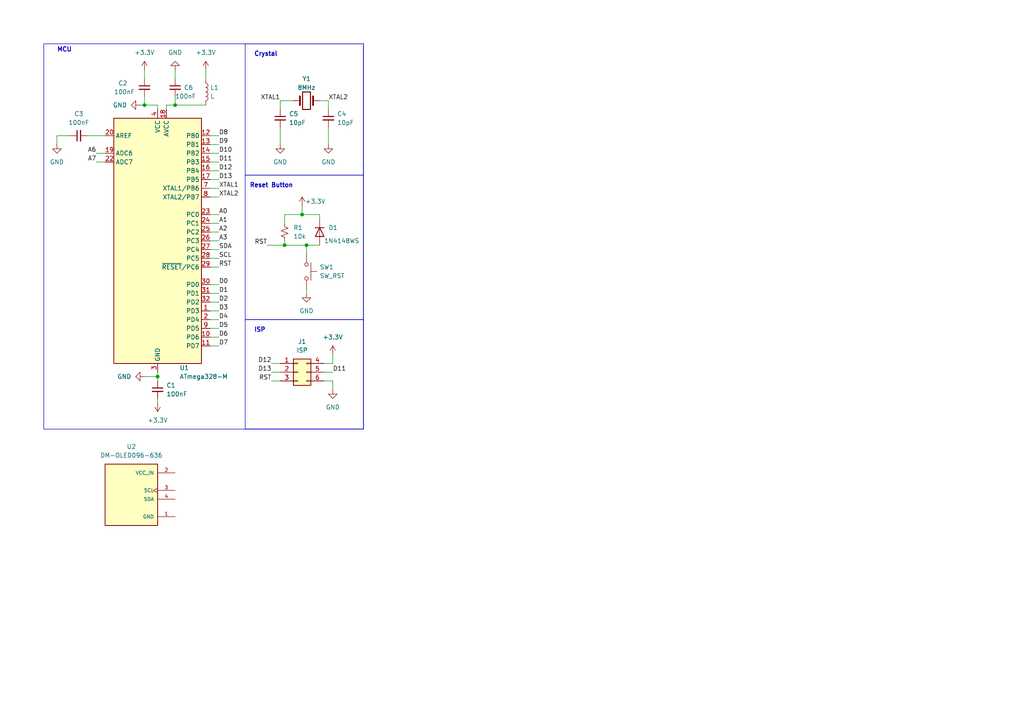
<source format=kicad_sch>
(kicad_sch (version 20230121) (generator eeschema)
  (paper "A4")
  (title_block (title "Reflow Oven PCB") (date "2024-05-01") (rev "v1.0.0") (company "Designed By Alfonso Pinzon At Huskies lab") (comment 1 "Guatemala, Guatemala"))
  (lib_symbols
    (symbol "Connector_Generic:Conn_02x03_Top_Bottom" (pin_names (offset 1.016) hide)
      (property "Reference" "J" (at 1.27 5.08 0))
      (property "Value" "Conn_02x03_Top_Bottom" (at 1.27 -5.08 0))
      (symbol "Conn_02x03_Top_Bottom_1_1"
        (rectangle (start -1.27 -2.413) (end 0 -2.667) (stroke (width 0.1524)))
        (rectangle (start -1.27 0.127) (end 0 -0.127) (stroke (width 0.1524)))
        (rectangle (start -1.27 2.667) (end 0 2.413) (stroke (width 0.1524)))
        (rectangle (start -1.27 3.81) (end 3.81 -3.81) (stroke (width 0.254)) (fill (type background)))
        (rectangle (start 3.81 -2.413) (end 2.54 -2.667) (stroke (width 0.1524)))
        (rectangle (start 3.81 0.127) (end 2.54 -0.127) (stroke (width 0.1524)))
        (rectangle (start 3.81 2.667) (end 2.54 2.413) (stroke (width 0.1524)))
        (pin passive line (at -5.08 2.54 0) (length 3.81) (name "Pin_1") (number "1"))
        (pin passive line (at -5.08 0 0) (length 3.81) (name "Pin_2") (number "2"))
        (pin passive line (at -5.08 -2.54 0) (length 3.81) (name "Pin_3") (number "3"))
        (pin passive line (at 7.62 2.54 180) (length 3.81) (name "Pin_4") (number "4"))
        (pin passive line (at 7.62 0 180) (length 3.81) (name "Pin_5") (number "5"))
        (pin passive line (at 7.62 -2.54 180) (length 3.81) (name "Pin_6") (number "6"))
      )
    )
    (symbol "Device:C_Small" (pin_numbers hide) (pin_names (offset 0.254) hide)
      (property "Reference" "C" (at 0.254 1.778 0))
      (property "Value" "C_Small" (at 0.254 -2.032 0))
      (symbol "C_Small_0_1"
        (polyline (pts (xy -1.524 -0.508) (xy 1.524 -0.508)) (stroke (width 0.3302)))
        (polyline (pts (xy -1.524 0.508) (xy 1.524 0.508)) (stroke (width 0.3048)))
      )
      (symbol "C_Small_1_1"
        (pin passive line (at 0 2.54 270) (length 2.032) (name "~") (number "1"))
        (pin passive line (at 0 -2.54 90) (length 2.032) (name "~") (number "2"))
      )
    )
    (symbol "Device:Crystal" (pin_numbers hide) (pin_names (offset 1.016) hide)
      (property "Reference" "Y" (at 0 3.81 0))
      (property "Value" "Crystal" (at 0 -3.81 0))
      (symbol "Crystal_0_1"
        (rectangle (start -1.143 2.54) (end 1.143 -2.54) (stroke (width 0.3048)))
        (polyline (pts (xy -2.54 0) (xy -1.905 0)))
        (polyline (pts (xy -1.905 -1.27) (xy -1.905 1.27)) (stroke (width 0.508)))
        (polyline (pts (xy 1.905 -1.27) (xy 1.905 1.27)) (stroke (width 0.508)))
        (polyline (pts (xy 2.54 0) (xy 1.905 0)))
      )
      (symbol "Crystal_1_1"
        (pin passive line (at -3.81 0 0) (length 1.27) (name "1") (number "1"))
        (pin passive line (at 3.81 0 180) (length 1.27) (name "2") (number "2"))
      )
    )
    (symbol "Device:L" (pin_numbers hide) (pin_names (offset 1.016) hide)
      (property "Reference" "L" (at -1.27 0 90))
      (property "Value" "L" (at 1.905 0 90))
      (symbol "L_0_1"
        (arc (start 0 -2.54) (mid 0.6323 -1.905) (end 0 -1.27))
        (arc (start 0 -1.27) (mid 0.6323 -0.635) (end 0 0))
        (arc (start 0 0) (mid 0.6323 0.635) (end 0 1.27))
        (arc (start 0 1.27) (mid 0.6323 1.905) (end 0 2.54))
      )
      (symbol "L_1_1"
        (pin passive line (at 0 3.81 270) (length 1.27) (name "1") (number "1"))
        (pin passive line (at 0 -3.81 90) (length 1.27) (name "2") (number "2"))
      )
    )
    (symbol "Device:R_Small_US" (pin_numbers hide) (pin_names (offset 0.254) hide)
      (property "Reference" "R" (at 0.762 0.508 0))
      (property "Value" "R_Small_US" (at 0.762 -1.016 0))
      (symbol "R_Small_US_1_1"
        (polyline (pts (xy 0 0) (xy 1.016 -0.381) (xy 0 -0.762) (xy -1.016 -1.143) (xy 0 -1.524)))
        (polyline (pts (xy 0 1.524) (xy 1.016 1.143) (xy 0 0.762) (xy -1.016 0.381) (xy 0 0)))
        (pin passive line (at 0 2.54 270) (length 1.016) (name "~") (number "1"))
        (pin passive line (at 0 -2.54 90) (length 1.016) (name "~") (number "2"))
      )
    )
    (symbol "Diode:1N4148WS" (pin_numbers hide) (pin_names hide)
      (property "Reference" "D" (at 0 2.54 0))
      (property "Value" "1N4148WS" (at 0 -2.54 0))
      (symbol "1N4148WS_0_1"
        (polyline (pts (xy -1.27 1.27) (xy -1.27 -1.27)) (stroke (width 0.254)))
        (polyline (pts (xy 1.27 0) (xy -1.27 0)))
        (polyline (pts (xy 1.27 1.27) (xy 1.27 -1.27) (xy -1.27 0) (xy 1.27 1.27)) (stroke (width 0.254)))
      )
      (symbol "1N4148WS_1_1"
        (pin passive line (at -3.81 0 0) (length 2.54) (name "K") (number "1"))
        (pin passive line (at 3.81 0 180) (length 2.54) (name "A") (number "2"))
      )
    )
    (symbol "MCU_Microchip_ATmega:ATmega328-M"
      (property "Reference" "U" (at -12.7 36.83 0))
      (property "Value" "ATmega328-M" (at 2.54 -36.83 0))
      (symbol "ATmega328-M_0_1"
        (rectangle (start -12.7 -35.56) (end 12.7 35.56) (stroke (width 0.254)) (fill (type background)))
      )
      (symbol "ATmega328-M_1_1"
        (pin bidirectional line (at 15.24 -20.32 180) (length 2.54) (name "PD3") (number "1"))
        (pin bidirectional line (at 15.24 -27.94 180) (length 2.54) (name "PD6") (number "10"))
        (pin bidirectional line (at 15.24 -30.48 180) (length 2.54) (name "PD7") (number "11"))
        (pin bidirectional line (at 15.24 30.48 180) (length 2.54) (name "PB0") (number "12"))
        (pin bidirectional line (at 15.24 27.94 180) (length 2.54) (name "PB1") (number "13"))
        (pin bidirectional line (at 15.24 25.4 180) (length 2.54) (name "PB2") (number "14"))
        (pin bidirectional line (at 15.24 22.86 180) (length 2.54) (name "PB3") (number "15"))
        (pin bidirectional line (at 15.24 20.32 180) (length 2.54) (name "PB4") (number "16"))
        (pin bidirectional line (at 15.24 17.78 180) (length 2.54) (name "PB5") (number "17"))
        (pin power_in line (at 2.54 38.1 270) (length 2.54) (name "AVCC") (number "18"))
        (pin input line (at -15.24 25.4 0) (length 2.54) (name "ADC6") (number "19"))
        (pin bidirectional line (at 15.24 -22.86 180) (length 2.54) (name "PD4") (number "2"))
        (pin passive line (at -15.24 30.48 0) (length 2.54) (name "AREF") (number "20"))
        (pin passive line (at 0 -38.1 90) (length 2.54) hide (name "GND") (number "21"))
        (pin input line (at -15.24 22.86 0) (length 2.54) (name "ADC7") (number "22"))
        (pin bidirectional line (at 15.24 7.62 180) (length 2.54) (name "PC0") (number "23"))
        (pin bidirectional line (at 15.24 5.08 180) (length 2.54) (name "PC1") (number "24"))
        (pin bidirectional line (at 15.24 2.54 180) (length 2.54) (name "PC2") (number "25"))
        (pin bidirectional line (at 15.24 0 180) (length 2.54) (name "PC3") (number "26"))
        (pin bidirectional line (at 15.24 -2.54 180) (length 2.54) (name "PC4") (number "27"))
        (pin bidirectional line (at 15.24 -5.08 180) (length 2.54) (name "PC5") (number "28"))
        (pin bidirectional line (at 15.24 -7.62 180) (length 2.54) (name "~{RESET}/PC6") (number "29"))
        (pin power_in line (at 0 -38.1 90) (length 2.54) (name "GND") (number "3"))
        (pin bidirectional line (at 15.24 -12.7 180) (length 2.54) (name "PD0") (number "30"))
        (pin bidirectional line (at 15.24 -15.24 180) (length 2.54) (name "PD1") (number "31"))
        (pin bidirectional line (at 15.24 -17.78 180) (length 2.54) (name "PD2") (number "32"))
        (pin passive line (at 0 -38.1 90) (length 2.54) hide (name "GND") (number "33"))
        (pin power_in line (at 0 38.1 270) (length 2.54) (name "VCC") (number "4"))
        (pin passive line (at 0 -38.1 90) (length 2.54) hide (name "GND") (number "5"))
        (pin passive line (at 0 38.1 270) (length 2.54) hide (name "VCC") (number "6"))
        (pin bidirectional line (at 15.24 15.24 180) (length 2.54) (name "XTAL1/PB6") (number "7"))
        (pin bidirectional line (at 15.24 12.7 180) (length 2.54) (name "XTAL2/PB7") (number "8"))
        (pin bidirectional line (at 15.24 -25.4 180) (length 2.54) (name "PD5") (number "9"))
      )
    )
    (symbol "OLED_SSD1306:DM-OLED096-636" (pin_names (offset 1.016))
      (property "Reference" "U" (at -7.62 10.922 0))
      (property "Value" "DM-OLED096-636" (at -7.62 -10.16 0))
      (symbol "DM-OLED096-636_0_0"
        (rectangle (start -7.62 -7.62) (end 7.62 10.16) (stroke (width 0.254)) (fill (type background)))
        (pin power_in line (at 12.7 -5.08 180) (length 5.08) (name "GND") (number "1"))
        (pin power_in line (at 12.7 7.62 180) (length 5.08) (name "VCC_IN") (number "2"))
        (pin input clock (at 12.7 2.54 180) (length 5.08) (name "SCL") (number "3"))
        (pin bidirectional line (at 12.7 0 180) (length 5.08) (name "SDA") (number "4"))
      )
    )
    (symbol "Switch:SW_Push" (pin_numbers hide) (pin_names (offset 1.016) hide)
      (property "Reference" "SW" (at 1.27 2.54 0))
      (property "Value" "SW_Push" (at 0 -1.524 0))
      (symbol "SW_Push_0_1"
        (circle (center -2.032 0) (radius 0.508))
        (polyline (pts (xy 0 1.27) (xy 0 3.048)))
        (polyline (pts (xy 2.54 1.27) (xy -2.54 1.27)))
        (circle (center 2.032 0) (radius 0.508))
        (pin passive line (at -5.08 0 0) (length 2.54) (name "1") (number "1"))
        (pin passive line (at 5.08 0 180) (length 2.54) (name "2") (number "2"))
      )
    )
    (symbol "power:+3.3V" (power) (pin_names (offset 0))
      (property "Value" "+3.3V" (at 0 3.556 0))
      (symbol "+3.3V_0_1"
        (polyline (pts (xy -0.762 1.27) (xy 0 2.54)))
        (polyline (pts (xy 0 0) (xy 0 2.54)))
        (polyline (pts (xy 0 2.54) (xy 0.762 1.27)))
      )
      (symbol "+3.3V_1_1"
        (pin power_in line (at 0 0 90) (length 0) hide (name "+3.3V") (number "1"))
      )
    )
    (symbol "power:GND" (power) (pin_names (offset 0))
      (property "Value" "GND" (at 0 -3.81 0))
      (symbol "GND_0_1"
        (polyline (pts (xy 0 0) (xy 0 -1.27) (xy 1.27 -1.27) (xy 0 -2.54) (xy -1.27 -1.27) (xy 0 -1.27)))
      )
      (symbol "GND_1_1"
        (pin power_in line (at 0 0 270) (length 0) hide (name "GND") (number "1"))
      )
    )
  )
  (junction (at 87.63 62.23))
  (junction (at 41.91 30.48))
  (junction (at 88.9 71.12))
  (junction (at 50.8 30.48))
  (junction (at 45.72 109.22))
  (junction (at 82.55 71.12))
  (wire (pts (xy 63.5 87.63) (xy 60.96 87.63)))
  (wire (pts (xy 77.47 71.12) (xy 82.55 71.12)))
  (wire (pts (xy 16.51 41.91) (xy 16.51 39.37)))
  (wire (pts (xy 25.4 39.37) (xy 30.48 39.37)))
  (wire (pts (xy 63.5 57.15) (xy 60.96 57.15)))
  (wire (pts (xy 16.51 39.37) (xy 20.32 39.37)))
  (wire (pts (xy 93.98 105.41) (xy 96.52 105.41)))
  (wire (pts (xy 82.55 62.23) (xy 87.63 62.23)))
  (wire (pts (xy 63.5 44.45) (xy 60.96 44.45)))
  (wire (pts (xy 87.63 59.69) (xy 87.63 62.23)))
  (wire (pts (xy 27.94 44.45) (xy 30.48 44.45)))
  (wire (pts (xy 63.5 39.37) (xy 60.96 39.37)))
  (wire (pts (xy 96.52 110.49) (xy 96.52 113.03)))
  (wire (pts (xy 88.9 71.12) (xy 88.9 73.66)))
  (wire (pts (xy 63.5 46.99) (xy 60.96 46.99)))
  (wire (pts (xy 82.55 69.85) (xy 82.55 71.12)))
  (wire (pts (xy 63.5 97.79) (xy 60.96 97.79)))
  (wire (pts (xy 50.8 30.48) (xy 50.8 27.94)))
  (wire (pts (xy 48.26 30.48) (xy 48.26 31.75)))
  (wire (pts (xy 59.69 20.32) (xy 59.69 22.86)))
  (wire (pts (xy 63.5 67.31) (xy 60.96 67.31)))
  (wire (pts (xy 63.5 64.77) (xy 60.96 64.77)))
  (wire (pts (xy 78.74 105.41) (xy 81.28 105.41)))
  (wire (pts (xy 63.5 77.47) (xy 60.96 77.47)))
  (wire (pts (xy 63.5 69.85) (xy 60.96 69.85)))
  (wire (pts (xy 63.5 90.17) (xy 60.96 90.17)))
  (wire (pts (xy 82.55 64.77) (xy 82.55 62.23)))
  (wire (pts (xy 81.28 29.21) (xy 85.09 29.21)))
  (wire (pts (xy 63.5 100.33) (xy 60.96 100.33)))
  (wire (pts (xy 41.91 30.48) (xy 45.72 30.48)))
  (wire (pts (xy 45.72 115.57) (xy 45.72 116.84)))
  (wire (pts (xy 95.25 29.21) (xy 92.71 29.21)))
  (wire (pts (xy 88.9 71.12) (xy 92.71 71.12)))
  (wire (pts (xy 78.74 110.49) (xy 81.28 110.49)))
  (wire (pts (xy 50.8 20.32) (xy 50.8 22.86)))
  (wire (pts (xy 96.52 105.41) (xy 96.52 102.87)))
  (wire (pts (xy 82.55 71.12) (xy 88.9 71.12)))
  (wire (pts (xy 63.5 54.61) (xy 60.96 54.61)))
  (wire (pts (xy 63.5 74.93) (xy 60.96 74.93)))
  (wire (pts (xy 41.91 27.94) (xy 41.91 30.48)))
  (wire (pts (xy 45.72 109.22) (xy 45.72 107.95)))
  (wire (pts (xy 87.63 62.23) (xy 92.71 62.23)))
  (wire (pts (xy 95.25 31.75) (xy 95.25 29.21)))
  (wire (pts (xy 88.9 83.82) (xy 88.9 85.09)))
  (wire (pts (xy 93.98 110.49) (xy 96.52 110.49)))
  (wire (pts (xy 40.64 30.48) (xy 41.91 30.48)))
  (wire (pts (xy 81.28 36.83) (xy 81.28 41.91)))
  (wire (pts (xy 63.5 92.71) (xy 60.96 92.71)))
  (wire (pts (xy 27.94 46.99) (xy 30.48 46.99)))
  (wire (pts (xy 45.72 110.49) (xy 45.72 109.22)))
  (wire (pts (xy 41.91 109.22) (xy 45.72 109.22)))
  (wire (pts (xy 41.91 20.32) (xy 41.91 22.86)))
  (wire (pts (xy 63.5 72.39) (xy 60.96 72.39)))
  (wire (pts (xy 45.72 30.48) (xy 45.72 31.75)))
  (wire (pts (xy 81.28 31.75) (xy 81.28 29.21)))
  (wire (pts (xy 92.71 62.23) (xy 92.71 63.5)))
  (wire (pts (xy 63.5 41.91) (xy 60.96 41.91)))
  (wire (pts (xy 63.5 95.25) (xy 60.96 95.25)))
  (wire (pts (xy 95.25 36.83) (xy 95.25 41.91)))
  (wire (pts (xy 63.5 62.23) (xy 60.96 62.23)))
  (wire (pts (xy 78.74 107.95) (xy 81.28 107.95)))
  (wire (pts (xy 63.5 85.09) (xy 60.96 85.09)))
  (wire (pts (xy 63.5 52.07) (xy 60.96 52.07)))
  (wire (pts (xy 63.5 49.53) (xy 60.96 49.53)))
  (wire (pts (xy 50.8 30.48) (xy 59.69 30.48)))
  (wire (pts (xy 63.5 82.55) (xy 60.96 82.55)))
  (wire (pts (xy 96.52 107.95) (xy 93.98 107.95)))
  (wire (pts (xy 50.8 30.48) (xy 48.26 30.48)))
  (rectangle (start 71.12 12.7) (end 105.41 50.8))
  (rectangle (start 12.7 12.7) (end 105.41 124.46))
  (rectangle (start 71.12 50.8) (end 105.41 92.71))
  (rectangle (start 71.12 92.71) (end 105.41 124.46))
  (text "Crystal\n" (at 73.66 16.51 0) (effects (font (size 1.27 1.27) (thickness 0.254) bold) (justify left bottom)))
  (text "Reset Button" (at 72.39 54.61 0) (effects (font (size 1.27 1.27) (thickness 0.254) bold) (justify left bottom)))
  (text "MCU\n" (at 16.51 15.24 0) (effects (font (size 1.27 1.27) bold) (justify left bottom)))
  (text "ISP" (at 73.66 96.52 0) (effects (font (size 1.27 1.27) bold) (justify left bottom)))
  (label "XTAL2" (at 95.25 29.21 0))
  (label "D6" (at 63.5 97.79 0))
  (label "D7" (at 63.5 100.33 0))
  (label "A1" (at 63.5 64.77 0))
  (label "XTAL1" (at 81.28 29.21 180))
  (label "D5" (at 63.5 95.25 0))
  (label "D1" (at 63.5 85.09 0))
  (label "RST" (at 63.5 77.47 0))
  (label "D9" (at 63.5 41.91 0))
  (label "D4" (at 63.5 92.71 0))
  (label "SCL" (at 63.5 74.93 0))
  (label "D2" (at 63.5 87.63 0))
  (label "D12" (at 78.74 105.41 180))
  (label "D11" (at 63.5 46.99 0))
  (label "XTAL1" (at 63.5 54.61 0))
  (label "A3" (at 63.5 69.85 0))
  (label "A2" (at 63.5 67.31 0))
  (label "XTAL2" (at 63.5 57.15 0))
  (label "D12" (at 63.5 49.53 0))
  (label "D11" (at 96.52 107.95 0))
  (label "RST" (at 78.74 110.49 180))
  (label "D13" (at 63.5 52.07 0))
  (label "A7" (at 27.94 46.99 180))
  (label "D8" (at 63.5 39.37 0))
  (label "D10" (at 63.5 44.45 0))
  (label "D3" (at 63.5 90.17 0))
  (label "D0" (at 63.5 82.55 0))
  (label "A6" (at 27.94 44.45 180))
  (label "RST" (at 77.47 71.12 180))
  (label "SDA" (at 63.5 72.39 0))
  (label "A0" (at 63.5 62.23 0))
  (label "D13" (at 78.74 107.95 180))
  (symbol (lib_id "Device:C_Small") (at 45.72 113.03 0) (unit 1)
    (property "Reference" "C1" (at 48.26 111.7663 0) (effects (justify left)))
    (property "Value" "100nF" (at 48.26 114.3 0) (effects (justify left)))
  )
  (symbol (lib_id "power:+3.3V") (at 45.72 116.84 180) (unit 1)
    (property "Reference" "#PWR09" (effects hide))
    (property "Value" "+3.3V" (at 45.72 121.92 0))
  )
  (symbol (lib_id "power:+3.3V") (at 87.63 59.69 0) (unit 1)
    (property "Reference" "#PWR02" (effects hide))
    (property "Value" "+3.3V" (at 91.44 58.42 0))
  )
  (symbol (lib_id "power:GND") (at 81.28 41.91 0) (unit 1)
    (property "Reference" "#PWR06" (effects hide))
    (property "Value" "GND" (at 81.28 46.99 0))
  )
  (symbol (lib_id "Device:C_Small") (at 95.25 34.29 0) (unit 1)
    (property "Reference" "C4" (at 97.79 33.0263 0) (effects (justify left)))
    (property "Value" "10pF" (at 97.79 35.5663 0) (effects (justify left)))
  )
  (symbol (lib_id "power:+3.3V") (at 41.91 20.32 0) (unit 1)
    (property "Reference" "#PWR08" (effects hide))
    (property "Value" "+3.3V" (at 41.91 15.24 0))
  )
  (symbol (lib_id "Device:L") (at 59.69 26.67 0) (unit 1)
    (property "Reference" "L1" (at 60.96 25.4 0) (effects (justify left)))
    (property "Value" "L" (at 60.96 27.94 0) (effects (justify left)))
  )
  (symbol (lib_id "MCU_Microchip_ATmega:ATmega328-M") (at 45.72 69.85 0) (unit 1)
    (property "Reference" "U1" (at 52.07 106.68 0) (effects (justify left)))
    (property "Value" "ATmega328-M" (at 52.07 109.22 0) (effects (justify left)))
    (property "Footprint" "Package_DFN_QFN:QFN-32-1EP_5x5mm_P0.5mm_EP3.1x3.1mm" (effects hide))
    (property "Datasheet" "http://ww1.microchip.com/downloads/en/DeviceDoc/ATmega328_P%20AVR%20MCU%20with%20picoPower%20Technology%20Data%20Sheet%2040001984A.pdf" (effects hide))
  )
  (symbol (lib_id "power:+3.3V") (at 59.69 20.32 0) (unit 1)
    (property "Reference" "#PWR011" (effects hide))
    (property "Value" "+3.3V" (at 59.69 15.24 0))
  )
  (symbol (lib_id "power:GND") (at 41.91 109.22 270) (unit 1)
    (property "Reference" "#PWR03" (effects hide))
    (property "Value" "GND" (at 38.1 109.22 90) (effects (justify right)))
  )
  (symbol (lib_id "Device:C_Small") (at 22.86 39.37 90) (unit 1)
    (property "Reference" "C3" (at 22.8663 33.02 90))
    (property "Value" "100nF" (at 22.8663 35.56 90))
  )
  (symbol (lib_id "Switch:SW_Push") (at 88.9 78.74 270) (unit 1)
    (property "Reference" "SW1" (at 92.71 77.47 90) (effects (justify left)))
    (property "Value" "SW_RST" (at 92.71 80.01 90) (effects (justify left)))
  )
  (symbol (lib_id "power:GND") (at 40.64 30.48 270) (unit 1)
    (property "Reference" "#PWR07" (effects hide))
    (property "Value" "GND" (at 36.83 30.48 90) (effects (justify right)))
  )
  (symbol (lib_id "Device:C_Small") (at 81.28 34.29 0) (unit 1)
    (property "Reference" "C5" (at 83.82 33.0263 0) (effects (justify left)))
    (property "Value" "10pF" (at 83.82 35.5663 0) (effects (justify left)))
  )
  (symbol (lib_id "power:GND") (at 96.52 113.03 0) (unit 1)
    (property "Reference" "#PWR013" (effects hide))
    (property "Value" "GND" (at 96.52 118.11 0))
  )
  (symbol (lib_id "power:GND") (at 88.9 85.09 0) (unit 1)
    (property "Reference" "#PWR01" (effects hide))
    (property "Value" "GND" (at 88.9 90.17 0))
  )
  (symbol (lib_id "Device:Crystal") (at 88.9 29.21 0) (unit 1)
    (property "Reference" "Y1" (at 88.9 22.86 0))
    (property "Value" "8MHz" (at 88.9 25.4 0))
  )
  (symbol (lib_id "Connector_Generic:Conn_02x03_Top_Bottom") (at 86.36 107.95 0) (unit 1)
    (property "Reference" "J1" (at 87.63 99.06 0))
    (property "Value" "ISP" (at 87.63 101.6 0))
    (property "Footprint" "Connector_PinHeader_1.00mm:PinHeader_2x03_P1.00mm_Vertical_SMD" (effects hide))
  )
  (symbol (lib_id "Device:R_Small_US") (at 82.55 67.31 0) (unit 1)
    (property "Reference" "R1" (at 85.09 66.04 0) (effects (justify left)))
    (property "Value" "10k" (at 85.09 68.58 0) (effects (justify left)))
  )
  (symbol (lib_id "power:GND") (at 95.25 41.91 0) (unit 1)
    (property "Reference" "#PWR05" (effects hide))
    (property "Value" "GND" (at 95.25 46.99 0))
  )
  (symbol (lib_id "Device:C_Small") (at 41.91 25.4 0) (unit 1)
    (property "Reference" "C2" (at 34.29 24.13 0) (effects (justify left)))
    (property "Value" "100nF" (at 33.02 26.67 0) (effects (justify left)))
  )
  (symbol (lib_id "Device:C_Small") (at 50.8 25.4 0) (unit 1)
    (property "Reference" "C6" (at 53.34 25.4 0) (effects (justify left)))
    (property "Value" "100nF" (at 50.8 27.94 0) (effects (justify left)))
  )
  (symbol (lib_id "power:+3.3V") (at 96.52 102.87 0) (unit 1)
    (property "Reference" "#PWR012" (effects hide))
    (property "Value" "+3.3V" (at 96.52 97.79 0))
  )
  (symbol (lib_id "power:GND") (at 16.51 41.91 0) (unit 1)
    (property "Reference" "#PWR04" (effects hide))
    (property "Value" "GND" (at 16.51 46.99 0))
  )
  (symbol (lib_id "power:GND") (at 50.8 20.32 180) (unit 1)
    (property "Reference" "#PWR010" (effects hide))
    (property "Value" "GND" (at 50.8 15.24 0))
  )
  (symbol (lib_id "OLED_SSD1306:DM-OLED096-636") (at 38.1 144.78 0) (unit 1)
    (property "Reference" "U2" (at 38.1 129.54 0))
    (property "Value" "DM-OLED096-636" (at 38.1 132.08 0))
    (property "Footprint" "OLED_SSD1306:MODULE_DM-OLED096-636" (effects hide))
    (property "MF" "Display Module" (effects hide))
    (property "MAXIMUM_PACKAGE_HEIGHT" "11.3 mm" (effects hide))
    (property "Package" "Package" (effects hide))
    (property "Price" "None" (effects hide))
    (property "Check_prices" "https://www.snapeda.com/parts/DM-OLED096-636/Display+Module/view-part/?ref=eda" (effects hide))
    (property "STANDARD" "Manufacturer Recommendations" (effects hide))
    (property "PARTREV" "2018-09-10" (effects hide))
    (property "SnapEDA_Link" "https://www.snapeda.com/parts/DM-OLED096-636/Display+Module/view-part/?ref=snap" (effects hide))
    (property "MP" "DM-OLED096-636" (effects hide))
    (property "Description" "\n0.96” 128 X 64 MONOCHROME GRAPHIC OLED DISPLAY MODULE - I2C\n" (effects hide))
    (property "Availability" "Not in stock" (effects hide))
    (property "MANUFACTURER" "Displaymodule" (effects hide))
  )
  (symbol (lib_id "Diode:1N4148WS") (at 92.71 67.31 270) (unit 1)
    (property "Reference" "D1" (at 95.25 66.04 90) (effects (justify left)))
    (property "Value" "1N4148WS" (at 93.98 69.85 90) (effects (justify left)))
    (property "Footprint" "Diode_SMD:D_SOD-323" (effects hide))
    (property "Datasheet" "https://www.vishay.com/docs/85751/1n4148ws.pdf" (effects hide))
    (property "Sim.Device" "D" (effects hide))
    (property "Sim.Pins" "1=K 2=A" (effects hide))
  )
)
</source>
